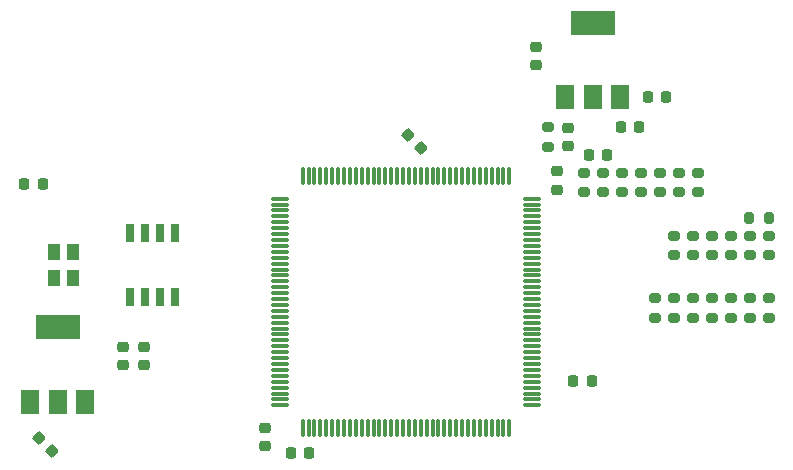
<source format=gbr>
%TF.GenerationSoftware,KiCad,Pcbnew,(6.0.5)*%
%TF.CreationDate,2023-02-09T13:46:48+02:00*%
%TF.ProjectId,minifp,6d696e69-6670-42e6-9b69-6361645f7063,rev?*%
%TF.SameCoordinates,Original*%
%TF.FileFunction,Paste,Top*%
%TF.FilePolarity,Positive*%
%FSLAX46Y46*%
G04 Gerber Fmt 4.6, Leading zero omitted, Abs format (unit mm)*
G04 Created by KiCad (PCBNEW (6.0.5)) date 2023-02-09 13:46:48*
%MOMM*%
%LPD*%
G01*
G04 APERTURE LIST*
G04 Aperture macros list*
%AMRoundRect*
0 Rectangle with rounded corners*
0 $1 Rounding radius*
0 $2 $3 $4 $5 $6 $7 $8 $9 X,Y pos of 4 corners*
0 Add a 4 corners polygon primitive as box body*
4,1,4,$2,$3,$4,$5,$6,$7,$8,$9,$2,$3,0*
0 Add four circle primitives for the rounded corners*
1,1,$1+$1,$2,$3*
1,1,$1+$1,$4,$5*
1,1,$1+$1,$6,$7*
1,1,$1+$1,$8,$9*
0 Add four rect primitives between the rounded corners*
20,1,$1+$1,$2,$3,$4,$5,0*
20,1,$1+$1,$4,$5,$6,$7,0*
20,1,$1+$1,$6,$7,$8,$9,0*
20,1,$1+$1,$8,$9,$2,$3,0*%
G04 Aperture macros list end*
%ADD10R,1.000000X1.400000*%
%ADD11R,0.650000X1.500000*%
%ADD12RoundRect,0.200000X-0.275000X0.200000X-0.275000X-0.200000X0.275000X-0.200000X0.275000X0.200000X0*%
%ADD13RoundRect,0.075000X0.662500X0.075000X-0.662500X0.075000X-0.662500X-0.075000X0.662500X-0.075000X0*%
%ADD14RoundRect,0.075000X0.075000X0.662500X-0.075000X0.662500X-0.075000X-0.662500X0.075000X-0.662500X0*%
%ADD15RoundRect,0.200000X0.275000X-0.200000X0.275000X0.200000X-0.275000X0.200000X-0.275000X-0.200000X0*%
%ADD16RoundRect,0.225000X-0.250000X0.225000X-0.250000X-0.225000X0.250000X-0.225000X0.250000X0.225000X0*%
%ADD17RoundRect,0.225000X0.335876X0.017678X0.017678X0.335876X-0.335876X-0.017678X-0.017678X-0.335876X0*%
%ADD18R,1.500000X2.000000*%
%ADD19R,3.800000X2.000000*%
%ADD20RoundRect,0.225000X0.225000X0.250000X-0.225000X0.250000X-0.225000X-0.250000X0.225000X-0.250000X0*%
%ADD21RoundRect,0.225000X-0.225000X-0.250000X0.225000X-0.250000X0.225000X0.250000X-0.225000X0.250000X0*%
%ADD22RoundRect,0.225000X0.250000X-0.225000X0.250000X0.225000X-0.250000X0.225000X-0.250000X-0.225000X0*%
%ADD23RoundRect,0.200000X-0.200000X-0.275000X0.200000X-0.275000X0.200000X0.275000X-0.200000X0.275000X0*%
G04 APERTURE END LIST*
D10*
%TO.C,Y1*%
X131200000Y-106500000D03*
X131200000Y-108700000D03*
X132800000Y-108700000D03*
X132800000Y-106500000D03*
%TD*%
D11*
%TO.C,IC102*%
X141405000Y-104900000D03*
X140135000Y-104900000D03*
X138865000Y-104900000D03*
X137595000Y-104900000D03*
X137595000Y-110300000D03*
X138865000Y-110300000D03*
X140135000Y-110300000D03*
X141405000Y-110300000D03*
%TD*%
D12*
%TO.C,R12*%
X190100000Y-106725000D03*
X190100000Y-105075000D03*
%TD*%
D13*
%TO.C,U1*%
X171662500Y-119450000D03*
X171662500Y-118950000D03*
X171662500Y-118450000D03*
X171662500Y-117950000D03*
X171662500Y-117450000D03*
X171662500Y-116950000D03*
X171662500Y-116450000D03*
X171662500Y-115950000D03*
X171662500Y-115450000D03*
X171662500Y-114950000D03*
X171662500Y-114450000D03*
X171662500Y-113950000D03*
X171662500Y-113450000D03*
X171662500Y-112950000D03*
X171662500Y-112450000D03*
X171662500Y-111950000D03*
X171662500Y-111450000D03*
X171662500Y-110950000D03*
X171662500Y-110450000D03*
X171662500Y-109950000D03*
X171662500Y-109450000D03*
X171662500Y-108950000D03*
X171662500Y-108450000D03*
X171662500Y-107950000D03*
X171662500Y-107450000D03*
X171662500Y-106950000D03*
X171662500Y-106450000D03*
X171662500Y-105950000D03*
X171662500Y-105450000D03*
X171662500Y-104950000D03*
X171662500Y-104450000D03*
X171662500Y-103950000D03*
X171662500Y-103450000D03*
X171662500Y-102950000D03*
X171662500Y-102450000D03*
X171662500Y-101950000D03*
D14*
X169750000Y-100037500D03*
X169250000Y-100037500D03*
X168750000Y-100037500D03*
X168250000Y-100037500D03*
X167750000Y-100037500D03*
X167250000Y-100037500D03*
X166750000Y-100037500D03*
X166250000Y-100037500D03*
X165750000Y-100037500D03*
X165250000Y-100037500D03*
X164750000Y-100037500D03*
X164250000Y-100037500D03*
X163750000Y-100037500D03*
X163250000Y-100037500D03*
X162750000Y-100037500D03*
X162250000Y-100037500D03*
X161750000Y-100037500D03*
X161250000Y-100037500D03*
X160750000Y-100037500D03*
X160250000Y-100037500D03*
X159750000Y-100037500D03*
X159250000Y-100037500D03*
X158750000Y-100037500D03*
X158250000Y-100037500D03*
X157750000Y-100037500D03*
X157250000Y-100037500D03*
X156750000Y-100037500D03*
X156250000Y-100037500D03*
X155750000Y-100037500D03*
X155250000Y-100037500D03*
X154750000Y-100037500D03*
X154250000Y-100037500D03*
X153750000Y-100037500D03*
X153250000Y-100037500D03*
X152750000Y-100037500D03*
X152250000Y-100037500D03*
D13*
X150337500Y-101950000D03*
X150337500Y-102450000D03*
X150337500Y-102950000D03*
X150337500Y-103450000D03*
X150337500Y-103950000D03*
X150337500Y-104450000D03*
X150337500Y-104950000D03*
X150337500Y-105450000D03*
X150337500Y-105950000D03*
X150337500Y-106450000D03*
X150337500Y-106950000D03*
X150337500Y-107450000D03*
X150337500Y-107950000D03*
X150337500Y-108450000D03*
X150337500Y-108950000D03*
X150337500Y-109450000D03*
X150337500Y-109950000D03*
X150337500Y-110450000D03*
X150337500Y-110950000D03*
X150337500Y-111450000D03*
X150337500Y-111950000D03*
X150337500Y-112450000D03*
X150337500Y-112950000D03*
X150337500Y-113450000D03*
X150337500Y-113950000D03*
X150337500Y-114450000D03*
X150337500Y-114950000D03*
X150337500Y-115450000D03*
X150337500Y-115950000D03*
X150337500Y-116450000D03*
X150337500Y-116950000D03*
X150337500Y-117450000D03*
X150337500Y-117950000D03*
X150337500Y-118450000D03*
X150337500Y-118950000D03*
X150337500Y-119450000D03*
D14*
X152250000Y-121362500D03*
X152750000Y-121362500D03*
X153250000Y-121362500D03*
X153750000Y-121362500D03*
X154250000Y-121362500D03*
X154750000Y-121362500D03*
X155250000Y-121362500D03*
X155750000Y-121362500D03*
X156250000Y-121362500D03*
X156750000Y-121362500D03*
X157250000Y-121362500D03*
X157750000Y-121362500D03*
X158250000Y-121362500D03*
X158750000Y-121362500D03*
X159250000Y-121362500D03*
X159750000Y-121362500D03*
X160250000Y-121362500D03*
X160750000Y-121362500D03*
X161250000Y-121362500D03*
X161750000Y-121362500D03*
X162250000Y-121362500D03*
X162750000Y-121362500D03*
X163250000Y-121362500D03*
X163750000Y-121362500D03*
X164250000Y-121362500D03*
X164750000Y-121362500D03*
X165250000Y-121362500D03*
X165750000Y-121362500D03*
X166250000Y-121362500D03*
X166750000Y-121362500D03*
X167250000Y-121362500D03*
X167750000Y-121362500D03*
X168250000Y-121362500D03*
X168750000Y-121362500D03*
X169250000Y-121362500D03*
X169750000Y-121362500D03*
%TD*%
D12*
%TO.C,R9*%
X185300000Y-105075000D03*
X185300000Y-106725000D03*
%TD*%
D15*
%TO.C,R100*%
X173000000Y-97575000D03*
X173000000Y-95925000D03*
%TD*%
D16*
%TO.C,C603*%
X149050000Y-121375000D03*
X149050000Y-122925000D03*
%TD*%
D17*
%TO.C,C601*%
X131048008Y-123298008D03*
X129951992Y-122201992D03*
%TD*%
D12*
%TO.C,R6*%
X184100000Y-99775000D03*
X184100000Y-101425000D03*
%TD*%
D18*
%TO.C,U602*%
X179100000Y-93350000D03*
X176800000Y-93350000D03*
D19*
X176800000Y-87050000D03*
D18*
X174500000Y-93350000D03*
%TD*%
D20*
%TO.C,C334*%
X152825000Y-123500000D03*
X151275000Y-123500000D03*
%TD*%
D12*
%TO.C,R21*%
X191700000Y-110375000D03*
X191700000Y-112025000D03*
%TD*%
%TO.C,R16*%
X183700000Y-110375000D03*
X183700000Y-112025000D03*
%TD*%
%TO.C,R1*%
X176100000Y-99775000D03*
X176100000Y-101425000D03*
%TD*%
D16*
%TO.C,C602*%
X137000000Y-114475000D03*
X137000000Y-116025000D03*
%TD*%
D12*
%TO.C,R17*%
X185300000Y-110375000D03*
X185300000Y-112025000D03*
%TD*%
D21*
%TO.C,C604*%
X175175000Y-117350000D03*
X176725000Y-117350000D03*
%TD*%
D12*
%TO.C,R5*%
X182500000Y-99775000D03*
X182500000Y-101425000D03*
%TD*%
D22*
%TO.C,C609*%
X173800000Y-101175000D03*
X173800000Y-99625000D03*
%TD*%
D12*
%TO.C,R15*%
X182100000Y-112025000D03*
X182100000Y-110375000D03*
%TD*%
D16*
%TO.C,C802*%
X174750000Y-95975000D03*
X174750000Y-97525000D03*
%TD*%
D21*
%TO.C,C622*%
X179175000Y-95900000D03*
X180725000Y-95900000D03*
%TD*%
D16*
%TO.C,C606*%
X138800000Y-114475000D03*
X138800000Y-116025000D03*
%TD*%
D23*
%TO.C,R14*%
X190075000Y-103600000D03*
X191725000Y-103600000D03*
%TD*%
D16*
%TO.C,C608*%
X172000000Y-90675000D03*
X172000000Y-89125000D03*
%TD*%
D12*
%TO.C,R8*%
X183700000Y-105075000D03*
X183700000Y-106725000D03*
%TD*%
%TO.C,R7*%
X185700000Y-99775000D03*
X185700000Y-101425000D03*
%TD*%
%TO.C,R19*%
X188500000Y-110375000D03*
X188500000Y-112025000D03*
%TD*%
%TO.C,R13*%
X191700000Y-106725000D03*
X191700000Y-105075000D03*
%TD*%
%TO.C,R4*%
X180900000Y-99775000D03*
X180900000Y-101425000D03*
%TD*%
D20*
%TO.C,C605*%
X130225000Y-100712011D03*
X128675000Y-100712011D03*
%TD*%
D12*
%TO.C,R20*%
X190100000Y-112025000D03*
X190100000Y-110375000D03*
%TD*%
%TO.C,R2*%
X177700000Y-99775000D03*
X177700000Y-101425000D03*
%TD*%
D21*
%TO.C,C607*%
X181475000Y-93350000D03*
X183025000Y-93350000D03*
%TD*%
D18*
%TO.C,U601*%
X129200000Y-119150000D03*
D19*
X131500000Y-112850000D03*
D18*
X131500000Y-119150000D03*
X133800000Y-119150000D03*
%TD*%
D20*
%TO.C,C801*%
X178025000Y-98250000D03*
X176475000Y-98250000D03*
%TD*%
D17*
%TO.C,C333*%
X162298008Y-97648008D03*
X161201992Y-96551992D03*
%TD*%
D12*
%TO.C,R3*%
X179300000Y-99775000D03*
X179300000Y-101425000D03*
%TD*%
%TO.C,R18*%
X186900000Y-112025000D03*
X186900000Y-110375000D03*
%TD*%
%TO.C,R11*%
X188500000Y-106725000D03*
X188500000Y-105075000D03*
%TD*%
%TO.C,R10*%
X186900000Y-105075000D03*
X186900000Y-106725000D03*
%TD*%
M02*

</source>
